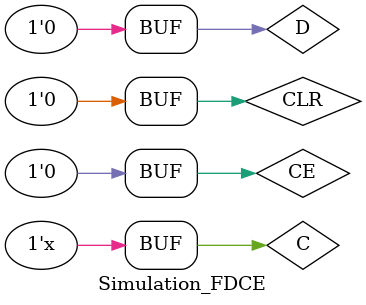
<source format=v>
`timescale 1ns / 1ps


module Simulation_FDCE;

reg CLR, CE, C, D;
wire Q;

FDCE uut(CLR, CE, C, D, Q);

initial begin
    C = 0;
    
    CLR = 1;
    D = 0;
    CE = 0;
#200;
    CLR = 0;
    D = 1;
    CE = 1;
#200;
    CLR = 0;
    D = 0;
    CE = 0;
    
end

always begin
    #100 C = ~C;
end

endmodule

</source>
